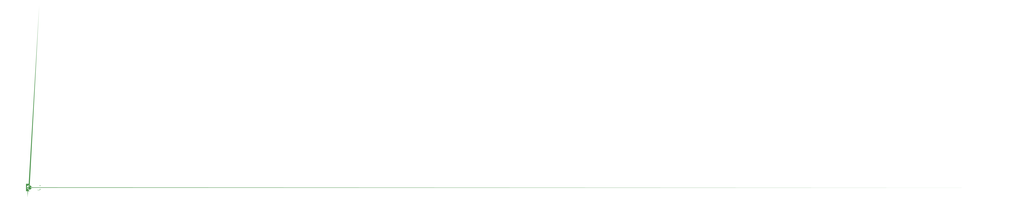
<source format=gbr>
%TF.GenerationSoftware,KiCad,Pcbnew,9.0.0*%
%TF.CreationDate,2025-06-28T16:25:39-04:00*%
%TF.ProjectId,microkey,6d696372-6f6b-4657-992e-6b696361645f,rev?*%
%TF.SameCoordinates,Original*%
%TF.FileFunction,Soldermask,Top*%
%TF.FilePolarity,Negative*%
%FSLAX46Y46*%
G04 Gerber Fmt 4.6, Leading zero omitted, Abs format (unit mm)*
G04 Created by KiCad (PCBNEW 9.0.0) date 2025-06-28 16:25:39*
%MOMM*%
%LPD*%
G01*
G04 APERTURE LIST*
G04 Aperture macros list*
%AMRoundRect*
0 Rectangle with rounded corners*
0 $1 Rounding radius*
0 $2 $3 $4 $5 $6 $7 $8 $9 X,Y pos of 4 corners*
0 Add a 4 corners polygon primitive as box body*
4,1,4,$2,$3,$4,$5,$6,$7,$8,$9,$2,$3,0*
0 Add four circle primitives for the rounded corners*
1,1,$1+$1,$2,$3*
1,1,$1+$1,$4,$5*
1,1,$1+$1,$6,$7*
1,1,$1+$1,$8,$9*
0 Add four rect primitives between the rounded corners*
20,1,$1+$1,$2,$3,$4,$5,0*
20,1,$1+$1,$4,$5,$6,$7,0*
20,1,$1+$1,$6,$7,$8,$9,0*
20,1,$1+$1,$8,$9,$2,$3,0*%
%AMFreePoly0*
4,1,113,2.938422,5.653886,3.383234,5.593632,3.820855,5.493748,4.247760,5.355039,4.660512,5.178620,5.055789,4.965912,5.430407,4.718629,5.781352,4.438760,6.105796,4.128560,6.401128,3.790525,6.664969,3.427378,6.895197,3.042042,7.089956,2.637621,7.247679,2.217369,7.367096,1.784670,7.447246,1.343010,7.487483,0.895942,7.490000,0.671505,7.487483,0.447068,7.447246,0.000000,
7.367096,-0.441660,7.247679,-0.874359,7.089956,-1.294611,6.895197,-1.699032,6.664969,-2.084368,6.401128,-2.447515,6.105796,-2.785550,5.781352,-3.095750,5.430407,-3.375619,5.055789,-3.622902,4.660512,-3.835610,4.247760,-4.012029,3.820855,-4.150738,3.383234,-4.250622,2.938422,-4.310876,2.490000,-4.331015,2.041578,-4.310876,1.596766,-4.250622,1.159145,-4.150738,0.732240,-4.012029,
0.319488,-3.835610,-0.075789,-3.622902,-0.450407,-3.375619,-0.801352,-3.095750,-1.125796,-2.785550,-1.421128,-2.447515,-1.684969,-2.084368,-1.915197,-1.699032,-2.109956,-1.294611,-2.267679,-0.874359,-2.387096,-0.441660,-2.467246,0.000000,-2.507483,0.447068,-2.510000,0.671505,1.240000,0.671505,1.242378,0.562352,1.280287,0.347363,1.354951,0.142223,1.464104,-0.046835,1.604428,-0.214067,
1.771660,-0.354391,1.960718,-0.463544,2.165858,-0.538208,2.380847,-0.576117,2.599153,-0.576117,2.814142,-0.538208,3.019282,-0.463544,3.208340,-0.354391,3.375572,-0.214067,3.515896,-0.046835,3.625049,0.142223,3.699713,0.347363,3.737622,0.562352,3.740000,0.671505,3.737622,0.780658,3.699713,0.995647,3.625049,1.200787,3.515896,1.389845,3.375572,1.557077,3.208340,1.697401,
3.019282,1.806554,2.814142,1.881218,2.599153,1.919127,2.380847,1.919127,2.165858,1.881218,1.960718,1.806554,1.771660,1.697401,1.604428,1.557077,1.464104,1.389845,1.354951,1.200787,1.280287,0.995647,1.242378,0.780658,1.240000,0.671505,-2.510000,0.671505,-2.507483,0.895942,-2.467246,1.343010,-2.387096,1.784670,-2.267679,2.217369,-2.109956,2.637621,-1.915197,3.042042,
-1.684969,3.427378,-1.421128,3.790525,-1.125796,4.128560,-0.801352,4.438760,-0.450407,4.718629,-0.075789,4.965912,0.319488,5.178620,0.732240,5.355039,1.159145,5.493748,1.596766,5.593632,2.041578,5.653886,2.490000,5.674025,2.938422,5.653886,2.938422,5.653886,$1*%
%AMFreePoly1*
4,1,17,2.740000,1.090000,2.798779,1.070902,2.835106,1.020902,2.840000,0.990000,2.840000,-0.820000,2.820902,-0.878779,2.770902,-0.915106,2.740000,-0.920000,-3.630000,-0.920000,-3.688779,-0.900902,-3.725106,-0.850902,-3.730000,-0.820000,-3.730000,0.990001,-3.710902,1.048780,-3.660902,1.085107,-3.630000,1.090001,2.740000,1.090000,2.740000,1.090000,$1*%
%AMFreePoly2*
4,1,15,0.045399,2.917528,0.070711,2.899138,5.904341,-2.934491,5.932399,-2.989559,5.922731,-3.050601,5.879029,-3.094303,5.833630,-3.105202,-5.833630,-3.105202,-5.892408,-3.086104,-5.928736,-3.036104,-5.928736,-2.974300,-5.904341,-2.934491,-0.070711,2.899138,-0.015643,2.927196,0.045399,2.917528,0.045399,2.917528,$1*%
G04 Aperture macros list end*
%ADD10C,0.125000*%
%ADD11C,0.250000*%
%ADD12C,0.000000*%
%ADD13FreePoly0,0.000000*%
%ADD14FreePoly1,90.000000*%
%ADD15FreePoly2,45.000000*%
%ADD16FreePoly2,135.000000*%
%ADD17RoundRect,0.190500X0.444500X-0.909500X0.444500X0.909500X-0.444500X0.909500X-0.444500X-0.909500X0*%
%ADD18RoundRect,0.190500X-0.444500X0.909500X-0.444500X-0.909500X0.444500X-0.909500X0.444500X0.909500X0*%
%ADD19RoundRect,0.165000X0.933381X-0.388909X-0.388909X0.933381X-0.933381X0.388909X0.388909X-0.933381X0*%
%ADD20RoundRect,0.190500X-0.909500X-0.444500X0.909500X-0.444500X0.909500X0.444500X-0.909500X0.444500X0*%
%ADD21RoundRect,0.165000X-0.388909X-0.933381X0.933381X0.388909X0.388909X0.933381X-0.933381X-0.388909X0*%
%ADD22O,2.400000X1.200000*%
G04 APERTURE END LIST*
D10*
G36*
X211389742Y-114561250D02*
G01*
X211389742Y-113794770D01*
X211849208Y-113794770D01*
X211849208Y-113909121D01*
X211518839Y-113909121D01*
X211518839Y-114108332D01*
X211812434Y-114108332D01*
X211812434Y-114222225D01*
X211518839Y-114222225D01*
X211518839Y-114446898D01*
X211849208Y-114446898D01*
X211849208Y-114561250D01*
X211389742Y-114561250D01*
G37*
G36*
X212157779Y-114561250D02*
G01*
X211967040Y-113983768D01*
X212102320Y-113983768D01*
X212212000Y-114334791D01*
X212230548Y-114399912D01*
X212243554Y-114453172D01*
X212257338Y-114399912D01*
X212274511Y-114335386D01*
X212382268Y-113983768D01*
X212515900Y-113983768D01*
X212326398Y-114561250D01*
X212157779Y-114561250D01*
G37*
G36*
X212930958Y-113976950D02*
G01*
X212975695Y-113987404D01*
X213013547Y-114003899D01*
X213045617Y-114026220D01*
X213072436Y-114054779D01*
X213091500Y-114087523D01*
X213103242Y-114125284D01*
X213107349Y-114169286D01*
X213107349Y-114561250D01*
X212979946Y-114561250D01*
X212979946Y-114460225D01*
X212977737Y-114460225D01*
X212977416Y-114463429D01*
X212968446Y-114490289D01*
X212953774Y-114513681D01*
X212932914Y-114534184D01*
X212899296Y-114554358D01*
X212857834Y-114567142D01*
X212806518Y-114571737D01*
X212762101Y-114568459D01*
X212724602Y-114559221D01*
X212692838Y-114544598D01*
X212665880Y-114524705D01*
X212643638Y-114499539D01*
X212627685Y-114470474D01*
X212617789Y-114436740D01*
X212614314Y-114397256D01*
X212615441Y-114385166D01*
X212745656Y-114385166D01*
X212748906Y-114411149D01*
X212758135Y-114432260D01*
X212773362Y-114449646D01*
X212793123Y-114462241D01*
X212818288Y-114470300D01*
X212850344Y-114473230D01*
X212886090Y-114469838D01*
X212915802Y-114460261D01*
X212940699Y-114444883D01*
X212960448Y-114423909D01*
X212972032Y-114399791D01*
X212976007Y-114371427D01*
X212976007Y-114301131D01*
X212834591Y-114301131D01*
X212808502Y-114303877D01*
X212787285Y-114311595D01*
X212769882Y-114324029D01*
X212756617Y-114340644D01*
X212748514Y-114360687D01*
X212745656Y-114385166D01*
X212615441Y-114385166D01*
X212618173Y-114355875D01*
X212629118Y-114321036D01*
X212646750Y-114291447D01*
X212671421Y-114266235D01*
X212700869Y-114246908D01*
X212736559Y-114232392D01*
X212779730Y-114223059D01*
X212831889Y-114219706D01*
X212976007Y-114219706D01*
X212976007Y-114170568D01*
X212972790Y-114143893D01*
X212963721Y-114122471D01*
X212948896Y-114105080D01*
X212929522Y-114092395D01*
X212905033Y-114084326D01*
X212874021Y-114081404D01*
X212833969Y-114086360D01*
X212802809Y-114100180D01*
X212786135Y-114114398D01*
X212775021Y-114131250D01*
X212768920Y-114151334D01*
X212640647Y-114151334D01*
X212648971Y-114111933D01*
X212663913Y-114077675D01*
X212685499Y-114047670D01*
X212714332Y-114021366D01*
X212747431Y-114000925D01*
X212785172Y-113985930D01*
X212828355Y-113976533D01*
X212877959Y-113973235D01*
X212930958Y-113976950D01*
G37*
G36*
X213265939Y-114561250D02*
G01*
X213265939Y-113983768D01*
X213394212Y-113983768D01*
X213394212Y-114093998D01*
X213429521Y-114093998D01*
X213394212Y-114124635D01*
X213399233Y-114078835D01*
X213413245Y-114042434D01*
X213435749Y-114013306D01*
X213465727Y-113991623D01*
X213502865Y-113978082D01*
X213549184Y-113973235D01*
X213590964Y-113977012D01*
X213626944Y-113987814D01*
X213658234Y-114005326D01*
X213685609Y-114029884D01*
X213707319Y-114059467D01*
X213723220Y-114094004D01*
X213733225Y-114134437D01*
X213736763Y-114181971D01*
X213736763Y-114561250D01*
X213605421Y-114561250D01*
X213605421Y-114195526D01*
X213602015Y-114161849D01*
X213592636Y-114135654D01*
X213577852Y-114115247D01*
X213557860Y-114099991D01*
X213532922Y-114090487D01*
X213501603Y-114087083D01*
X213470210Y-114090600D01*
X213445135Y-114100450D01*
X213424941Y-114116346D01*
X213410153Y-114137473D01*
X213400718Y-114164723D01*
X213397280Y-114199877D01*
X213397280Y-114561250D01*
X213265939Y-114561250D01*
G37*
G36*
X214693431Y-114561250D02*
G01*
X214693431Y-114282584D01*
X214468575Y-113794770D01*
X214605550Y-113794770D01*
X214725259Y-114060613D01*
X214748569Y-114122116D01*
X214761392Y-114170110D01*
X214774444Y-114122116D01*
X214796746Y-114060613D01*
X214913296Y-113794770D01*
X215049675Y-113794770D01*
X214824773Y-114282584D01*
X214824773Y-114561250D01*
X214693431Y-114561250D01*
G37*
G36*
X215388104Y-114571737D02*
G01*
X215333682Y-114567488D01*
X215287665Y-114555490D01*
X215248571Y-114536410D01*
X215215272Y-114510279D01*
X215188240Y-114477696D01*
X215168649Y-114439673D01*
X215156398Y-114395144D01*
X215152074Y-114342667D01*
X215152074Y-113983768D01*
X215283415Y-113983768D01*
X215283415Y-114342026D01*
X215286830Y-114377897D01*
X215296199Y-114405757D01*
X215310847Y-114427389D01*
X215330984Y-114443722D01*
X215356227Y-114453850D01*
X215388104Y-114457477D01*
X215419870Y-114453867D01*
X215445243Y-114443749D01*
X215465682Y-114427389D01*
X215480645Y-114405713D01*
X215490189Y-114377852D01*
X215493663Y-114342026D01*
X215493663Y-113983768D01*
X215625004Y-113983768D01*
X215625004Y-114342667D01*
X215620622Y-114395422D01*
X215608218Y-114440073D01*
X215588390Y-114478103D01*
X215561028Y-114510600D01*
X215527392Y-114536633D01*
X215488137Y-114555615D01*
X215442180Y-114567528D01*
X215388104Y-114571737D01*
G37*
D11*
G36*
X210471651Y-113415000D02*
G01*
X210471651Y-112393026D01*
X210678646Y-112393026D01*
X210777687Y-112718480D01*
X210802783Y-112806957D01*
X210815667Y-112866247D01*
X210828550Y-112806957D01*
X210851692Y-112717930D01*
X210947619Y-112393026D01*
X211154554Y-112393026D01*
X211154554Y-113415000D01*
X210991216Y-113415000D01*
X210991216Y-113097240D01*
X210995002Y-112944588D01*
X211005016Y-112779357D01*
X211018449Y-112622126D01*
X211031394Y-112492861D01*
X210894008Y-112975179D01*
X210734822Y-112975179D01*
X210593589Y-112492861D01*
X210607572Y-112617913D01*
X210620578Y-112772152D01*
X210630836Y-112938176D01*
X210635049Y-113097240D01*
X210635049Y-113415000D01*
X210471651Y-113415000D01*
G37*
G36*
X211339079Y-113415000D02*
G01*
X211339079Y-113255997D01*
X211607990Y-113255997D01*
X211607990Y-112803171D01*
X211374067Y-112803171D01*
X211374067Y-112645024D01*
X211774930Y-112645024D01*
X211774930Y-113255997D01*
X212013434Y-113255997D01*
X212013434Y-113415000D01*
X211339079Y-113415000D01*
G37*
G36*
X211677539Y-112516247D02*
G01*
X211643345Y-112512943D01*
X211615875Y-112503741D01*
X211593702Y-112489136D01*
X211576614Y-112469191D01*
X211566262Y-112445144D01*
X211562622Y-112415741D01*
X211566276Y-112385883D01*
X211576642Y-112361563D01*
X211593702Y-112341491D01*
X211615898Y-112326710D01*
X211643368Y-112317411D01*
X211677539Y-112314075D01*
X211711751Y-112317413D01*
X211739239Y-112326713D01*
X211761436Y-112341491D01*
X211778496Y-112361563D01*
X211788863Y-112385883D01*
X211792516Y-112415741D01*
X211788877Y-112445144D01*
X211778525Y-112469191D01*
X211761436Y-112489136D01*
X211739262Y-112503738D01*
X211711774Y-112512941D01*
X211677539Y-112516247D01*
G37*
G36*
X212496363Y-113428982D02*
G01*
X212431760Y-113424613D01*
X212374812Y-113412092D01*
X212324355Y-113391980D01*
X212278491Y-113363502D01*
X212240768Y-113328593D01*
X212210354Y-113286772D01*
X212188398Y-113239832D01*
X212174835Y-113186917D01*
X212170115Y-113126793D01*
X212170115Y-112933169D01*
X212174871Y-112872147D01*
X212188467Y-112819070D01*
X212210354Y-112772580D01*
X212240725Y-112731178D01*
X212278442Y-112696482D01*
X212324355Y-112668044D01*
X212374816Y-112647897D01*
X212431763Y-112635356D01*
X212496363Y-112630980D01*
X212568420Y-112636153D01*
X212629891Y-112650785D01*
X212682529Y-112674018D01*
X212727722Y-112705657D01*
X212765665Y-112745845D01*
X212793470Y-112792332D01*
X212811618Y-112846263D01*
X212819679Y-112909295D01*
X212644557Y-112909295D01*
X212637536Y-112871485D01*
X212623113Y-112841218D01*
X212601387Y-112816910D01*
X212573671Y-112799180D01*
X212539258Y-112787970D01*
X212496363Y-112783937D01*
X212450425Y-112788625D01*
X212414091Y-112801630D01*
X212385232Y-112822283D01*
X212363728Y-112850248D01*
X212350159Y-112886226D01*
X212345237Y-112932620D01*
X212345237Y-113126793D01*
X212350123Y-113172663D01*
X212363664Y-113208675D01*
X212385232Y-113237069D01*
X212414138Y-113258076D01*
X212450473Y-113271274D01*
X212496363Y-113276025D01*
X212539272Y-113272012D01*
X212573685Y-113260860D01*
X212601387Y-113243236D01*
X212623101Y-113218959D01*
X212637528Y-113188659D01*
X212644557Y-113150729D01*
X212819679Y-113150729D01*
X212811619Y-113213728D01*
X212793473Y-113267639D01*
X212765668Y-113314117D01*
X212727722Y-113354305D01*
X212682529Y-113385944D01*
X212629891Y-113409177D01*
X212568420Y-113423810D01*
X212496363Y-113428982D01*
G37*
G36*
X213042429Y-113415000D02*
G01*
X213042429Y-112645024D01*
X213208208Y-112645024D01*
X213208208Y-112791997D01*
X213251562Y-112791997D01*
X213199477Y-112882184D01*
X213203593Y-112819107D01*
X213214931Y-112768151D01*
X213232377Y-112727138D01*
X213255408Y-112694300D01*
X213285390Y-112667510D01*
X213321864Y-112647887D01*
X213366187Y-112635438D01*
X213420211Y-112630980D01*
X213481933Y-112636223D01*
X213534141Y-112651073D01*
X213578597Y-112674844D01*
X213616583Y-112707733D01*
X213646635Y-112747879D01*
X213668792Y-112795629D01*
X213682838Y-112852481D01*
X213687840Y-112920347D01*
X213687840Y-112976400D01*
X213504536Y-112976400D01*
X213504536Y-112933169D01*
X213499776Y-112884862D01*
X213486688Y-112847300D01*
X213466129Y-112818070D01*
X213438189Y-112796019D01*
X213403644Y-112782386D01*
X213360555Y-112777526D01*
X213316735Y-112782469D01*
X213282219Y-112796239D01*
X213254859Y-112818375D01*
X213234895Y-112847694D01*
X213222174Y-112885185D01*
X213217551Y-112933169D01*
X213217551Y-113415000D01*
X213042429Y-113415000D01*
G37*
G36*
X214235111Y-112636564D02*
G01*
X214291546Y-112649147D01*
X214340640Y-112669204D01*
X214385162Y-112697566D01*
X214421999Y-112732361D01*
X214451893Y-112774106D01*
X214473459Y-112820812D01*
X214486808Y-112873622D01*
X214491460Y-112933780D01*
X214491460Y-113125633D01*
X214486814Y-113185793D01*
X214473469Y-113238712D01*
X214451893Y-113285612D01*
X214421980Y-113327548D01*
X214385140Y-113362440D01*
X214340640Y-113390819D01*
X214291549Y-113410843D01*
X214235114Y-113423405D01*
X214169976Y-113427822D01*
X214105417Y-113423425D01*
X214049096Y-113410881D01*
X213999739Y-113390819D01*
X213954967Y-113362415D01*
X213917993Y-113327520D01*
X213888058Y-113285612D01*
X213866517Y-113238715D01*
X213853192Y-113185796D01*
X213848552Y-113125633D01*
X213848552Y-112934391D01*
X214023674Y-112934391D01*
X214023674Y-113125633D01*
X214028467Y-113172384D01*
X214041638Y-113208513D01*
X214062387Y-113236458D01*
X214090421Y-113257197D01*
X214125598Y-113270193D01*
X214169976Y-113274865D01*
X214215333Y-113270142D01*
X214250680Y-113257104D01*
X214278297Y-113236458D01*
X214298657Y-113208567D01*
X214311616Y-113172440D01*
X214316338Y-113125633D01*
X214316338Y-112934391D01*
X214311587Y-112887007D01*
X214298604Y-112850786D01*
X214278297Y-112823138D01*
X214250709Y-112802705D01*
X214215363Y-112789783D01*
X214169976Y-112785097D01*
X214125569Y-112789732D01*
X214090393Y-112802612D01*
X214062387Y-112823138D01*
X214041692Y-112850840D01*
X214028497Y-112887064D01*
X214023674Y-112934391D01*
X213848552Y-112934391D01*
X213853208Y-112873819D01*
X213866547Y-112820816D01*
X213888058Y-112774106D01*
X213917974Y-112732390D01*
X213954945Y-112697591D01*
X213999739Y-112669204D01*
X214049100Y-112649108D01*
X214105420Y-112636544D01*
X214169976Y-112632140D01*
X214235111Y-112636564D01*
G37*
G36*
X214695892Y-113415000D02*
G01*
X214695892Y-112393026D01*
X214871075Y-112393026D01*
X214871075Y-112806652D01*
X214991914Y-112806652D01*
X215184377Y-112393026D01*
X215374765Y-112393026D01*
X215146764Y-112882733D01*
X215385511Y-113415000D01*
X215190545Y-113415000D01*
X214990204Y-112965532D01*
X214871075Y-112965532D01*
X214871075Y-113415000D01*
X214695892Y-113415000D01*
G37*
G36*
X215913378Y-112635444D02*
G01*
X215969460Y-112648202D01*
X216018772Y-112668654D01*
X216063506Y-112697356D01*
X216100440Y-112732343D01*
X216130330Y-112774106D01*
X216151916Y-112820804D01*
X216165256Y-112873422D01*
X216169897Y-112933169D01*
X216169897Y-113071472D01*
X215695211Y-113071472D01*
X215695211Y-113126793D01*
X215700196Y-113178937D01*
X215713766Y-113218695D01*
X215734840Y-113248914D01*
X215763891Y-113271308D01*
X215801696Y-113285507D01*
X215850916Y-113290680D01*
X215906245Y-113285062D01*
X215945988Y-113270102D01*
X215967433Y-113254132D01*
X215982530Y-113234580D01*
X215991966Y-113210812D01*
X216164646Y-113210812D01*
X216150489Y-113257976D01*
X216128402Y-113299632D01*
X216098085Y-113336631D01*
X216058645Y-113369448D01*
X215998771Y-113401872D01*
X215929686Y-113421947D01*
X215849267Y-113428982D01*
X215785111Y-113424538D01*
X215728705Y-113411812D01*
X215678847Y-113391369D01*
X215633630Y-113362603D01*
X215596446Y-113327513D01*
X215566495Y-113285612D01*
X215544915Y-113238729D01*
X215531609Y-113186177D01*
X215526989Y-113126793D01*
X215526989Y-112933169D01*
X215695211Y-112933169D01*
X215695211Y-112962295D01*
X216001675Y-112960710D01*
X216001675Y-112931582D01*
X215996882Y-112879851D01*
X215983806Y-112840081D01*
X215963512Y-112809583D01*
X215935371Y-112786849D01*
X215898232Y-112772421D01*
X215849267Y-112767145D01*
X215800724Y-112772468D01*
X215763310Y-112787135D01*
X215734412Y-112810437D01*
X215713491Y-112841504D01*
X215700097Y-112881557D01*
X215695211Y-112933169D01*
X215526989Y-112933169D01*
X215531624Y-112873419D01*
X215544943Y-112820801D01*
X215566495Y-112774106D01*
X215596427Y-112732396D01*
X215633608Y-112697403D01*
X215678847Y-112668654D01*
X215728709Y-112648177D01*
X215785114Y-112635431D01*
X215849267Y-112630980D01*
X215913378Y-112635444D01*
G37*
G36*
X216499686Y-113666997D02*
G01*
X216608130Y-113373112D01*
X216320900Y-112645024D01*
X216512509Y-112645024D01*
X216654841Y-113039110D01*
X216677495Y-113116290D01*
X216695264Y-113190418D01*
X216712910Y-113116290D01*
X216735014Y-113039110D01*
X216870264Y-112645024D01*
X217054423Y-112645024D01*
X216684028Y-113666997D01*
X216499686Y-113666997D01*
G37*
D12*
%TO.C,J1*%
G36*
X192011995Y-104835502D02*
G01*
X192302392Y-104913313D01*
X192580148Y-105028363D01*
X192840510Y-105178684D01*
X193079025Y-105361703D01*
X193291610Y-105574288D01*
X193474629Y-105812803D01*
X193624950Y-106073165D01*
X193740000Y-106350921D01*
X193817811Y-106641318D01*
X193857053Y-106939387D01*
X193857053Y-107240029D01*
X193817811Y-107538098D01*
X193740000Y-107828495D01*
X193624950Y-108106251D01*
X193474629Y-108366613D01*
X193291610Y-108605128D01*
X193079025Y-108817713D01*
X192840510Y-109000732D01*
X192580148Y-109151053D01*
X192302392Y-109266103D01*
X192011995Y-109343914D01*
X191713926Y-109383156D01*
X191413284Y-109383156D01*
X191115215Y-109343914D01*
X190824818Y-109266103D01*
X190547062Y-109151053D01*
X190286700Y-109000732D01*
X190048185Y-108817713D01*
X189835600Y-108605128D01*
X189652581Y-108366613D01*
X189502260Y-108106251D01*
X189387210Y-107828495D01*
X189309399Y-107538098D01*
X189270157Y-107240029D01*
X189270157Y-106939387D01*
X189309399Y-106641318D01*
X189387210Y-106350921D01*
X189502260Y-106073165D01*
X189652581Y-105812803D01*
X189835600Y-105574288D01*
X190048185Y-105361703D01*
X190286700Y-105178684D01*
X190547062Y-105028363D01*
X190824818Y-104913313D01*
X191115215Y-104835502D01*
X191413284Y-104796260D01*
X191713926Y-104796260D01*
X192011995Y-104835502D01*
G37*
%TD*%
D13*
%TO.C,J1*%
X189000000Y-107750000D03*
%TD*%
D14*
%TO.C,H1*%
X184360000Y-106855000D03*
D15*
X185370000Y-100395000D03*
D16*
X185370000Y-113655000D03*
D17*
X185470000Y-112655000D03*
D18*
X185530000Y-101245000D03*
D19*
X186220000Y-112745000D03*
D20*
X186220000Y-113495000D03*
D21*
X186280000Y-101245000D03*
D20*
X186370000Y-100495000D03*
%TD*%
D22*
%TO.C,USB1*%
X216349999Y-102725000D03*
X216349999Y-111275000D03*
%TD*%
M02*

</source>
